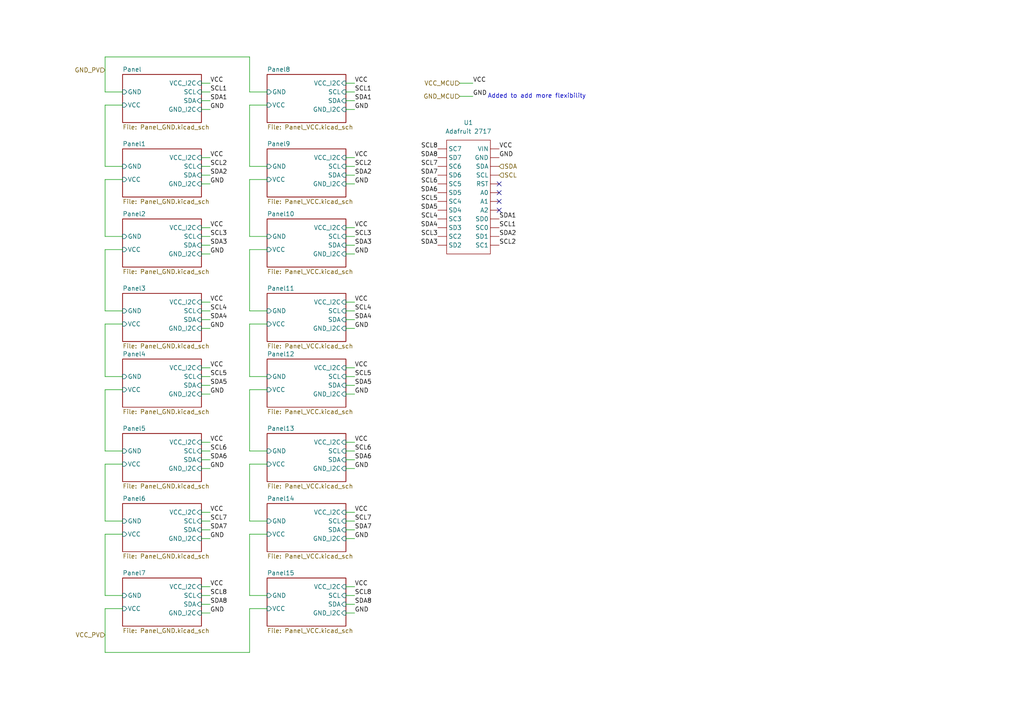
<source format=kicad_sch>
(kicad_sch (version 20231120) (generator "eeschema") (generator_version "8.0")
  (paper "A4")
  (lib_symbols
    (symbol "New_Library_0:Adafruit_2717"
      (property "Reference" "U" (at 0 19.05 0))
      (property "Value" "Adafruit 2717" (at 7.874 19.304 0))
      (symbol "Adafruit_2717_0_1"
        (rectangle (start -6.35 17.78) (end 6.35 -15.24))
      )
      (symbol "Adafruit_2717_1_1"
        (pin input line (at 8.89 2.54 180) (length 2.54) (name "A0") (number ""))
        (pin input line (at 8.89 0 180) (length 2.54) (name "A1") (number ""))
        (pin input line (at 8.89 -2.54 180) (length 2.54) (name "A2") (number ""))
        (pin input line (at 8.89 12.7 180) (length 2.54) (name "GND") (number ""))
        (pin input line (at 8.89 5.08 180) (length 2.54) (name "RST") (number ""))
        (pin input line (at 8.89 -7.62 180) (length 2.54) (name "SC0") (number ""))
        (pin input line (at 8.89 -12.7 180) (length 2.54) (name "SC1") (number ""))
        (pin input line (at -8.89 -10.16 0) (length 2.54) (name "SC2") (number ""))
        (pin input line (at -8.89 -5.08 0) (length 2.54) (name "SC3") (number ""))
        (pin input line (at -8.89 0 0) (length 2.54) (name "SC4") (number ""))
        (pin input line (at -8.89 5.08 0) (length 2.54) (name "SC5") (number ""))
        (pin input line (at -8.89 10.16 0) (length 2.54) (name "SC6") (number ""))
        (pin input line (at -8.89 15.24 0) (length 2.54) (name "SC7") (number ""))
        (pin input line (at 8.89 7.62 180) (length 2.54) (name "SCL") (number ""))
        (pin input line (at 8.89 -5.08 180) (length 2.54) (name "SD0") (number ""))
        (pin input line (at 8.89 -10.16 180) (length 2.54) (name "SD1") (number ""))
        (pin input line (at -8.89 -12.7 0) (length 2.54) (name "SD2") (number ""))
        (pin input line (at -8.89 -7.62 0) (length 2.54) (name "SD3") (number ""))
        (pin input line (at -8.89 -2.54 0) (length 2.54) (name "SD4") (number ""))
        (pin input line (at -8.89 2.54 0) (length 2.54) (name "SD5") (number ""))
        (pin input line (at -8.89 7.62 0) (length 2.54) (name "SD6") (number ""))
        (pin input line (at -8.89 12.7 0) (length 2.54) (name "SD7") (number ""))
        (pin input line (at 8.89 10.16 180) (length 2.54) (name "SDA") (number ""))
        (pin input line (at 8.89 15.24 180) (length 2.54) (name "VIN") (number ""))
      )
    )
  )
  (no_connect (at 144.78 55.88))
  (no_connect (at 144.78 58.42))
  (no_connect (at 144.78 60.96))
  (no_connect (at 144.78 53.34))
  (wire (pts (xy 30.48 90.17) (xy 35.56 90.17)))
  (wire (pts (xy 100.33 109.22) (xy 102.87 109.22)))
  (wire (pts (xy 72.39 130.81) (xy 77.47 130.81)))
  (wire (pts (xy 58.42 177.8) (xy 60.96 177.8)))
  (wire (pts (xy 30.48 151.13) (xy 35.56 151.13)))
  (wire (pts (xy 58.42 73.66) (xy 60.96 73.66)))
  (wire (pts (xy 58.42 66.04) (xy 60.96 66.04)))
  (wire (pts (xy 35.56 176.53) (xy 30.48 176.53)))
  (wire (pts (xy 58.42 50.8) (xy 60.96 50.8)))
  (wire (pts (xy 100.33 26.67) (xy 102.87 26.67)))
  (wire (pts (xy 100.33 148.59) (xy 102.87 148.59)))
  (wire (pts (xy 58.42 48.26) (xy 60.96 48.26)))
  (wire (pts (xy 30.48 134.62) (xy 30.48 151.13)))
  (wire (pts (xy 100.33 151.13) (xy 102.87 151.13)))
  (wire (pts (xy 30.48 154.94) (xy 30.48 172.72)))
  (wire (pts (xy 58.42 45.72) (xy 60.96 45.72)))
  (wire (pts (xy 58.42 170.18) (xy 60.96 170.18)))
  (wire (pts (xy 100.33 68.58) (xy 102.87 68.58)))
  (wire (pts (xy 72.39 30.48) (xy 72.39 48.26)))
  (wire (pts (xy 100.33 106.68) (xy 102.87 106.68)))
  (wire (pts (xy 58.42 90.17) (xy 60.96 90.17)))
  (wire (pts (xy 58.42 92.71) (xy 60.96 92.71)))
  (wire (pts (xy 100.33 177.8) (xy 102.87 177.8)))
  (wire (pts (xy 133.35 27.94) (xy 137.16 27.94)))
  (wire (pts (xy 100.33 170.18) (xy 102.87 170.18)))
  (wire (pts (xy 100.33 128.27) (xy 102.87 128.27)))
  (wire (pts (xy 100.33 29.21) (xy 102.87 29.21)))
  (wire (pts (xy 58.42 109.22) (xy 60.96 109.22)))
  (wire (pts (xy 58.42 135.89) (xy 60.96 135.89)))
  (wire (pts (xy 58.42 53.34) (xy 60.96 53.34)))
  (wire (pts (xy 30.48 68.58) (xy 35.56 68.58)))
  (wire (pts (xy 58.42 29.21) (xy 60.96 29.21)))
  (wire (pts (xy 30.48 26.67) (xy 30.48 16.51)))
  (wire (pts (xy 100.33 156.21) (xy 102.87 156.21)))
  (wire (pts (xy 72.39 72.39) (xy 72.39 90.17)))
  (wire (pts (xy 58.42 24.13) (xy 60.96 24.13)))
  (wire (pts (xy 100.33 111.76) (xy 102.87 111.76)))
  (wire (pts (xy 58.42 26.67) (xy 60.96 26.67)))
  (wire (pts (xy 35.56 113.03) (xy 30.48 113.03)))
  (wire (pts (xy 77.47 93.98) (xy 72.39 93.98)))
  (wire (pts (xy 58.42 106.68) (xy 60.96 106.68)))
  (wire (pts (xy 58.42 31.75) (xy 60.96 31.75)))
  (wire (pts (xy 35.56 134.62) (xy 30.48 134.62)))
  (wire (pts (xy 72.39 90.17) (xy 77.47 90.17)))
  (wire (pts (xy 100.33 175.26) (xy 102.87 175.26)))
  (wire (pts (xy 100.33 50.8) (xy 102.87 50.8)))
  (wire (pts (xy 77.47 176.53) (xy 72.39 176.53)))
  (wire (pts (xy 35.56 154.94) (xy 30.48 154.94)))
  (wire (pts (xy 72.39 154.94) (xy 72.39 172.72)))
  (wire (pts (xy 30.48 109.22) (xy 35.56 109.22)))
  (wire (pts (xy 100.33 53.34) (xy 102.87 53.34)))
  (wire (pts (xy 58.42 68.58) (xy 60.96 68.58)))
  (wire (pts (xy 72.39 176.53) (xy 72.39 189.23)))
  (wire (pts (xy 58.42 175.26) (xy 60.96 175.26)))
  (wire (pts (xy 100.33 153.67) (xy 102.87 153.67)))
  (wire (pts (xy 133.35 24.13) (xy 137.16 24.13)))
  (wire (pts (xy 100.33 73.66) (xy 102.87 73.66)))
  (wire (pts (xy 77.47 113.03) (xy 72.39 113.03)))
  (wire (pts (xy 35.56 93.98) (xy 30.48 93.98)))
  (wire (pts (xy 72.39 172.72) (xy 77.47 172.72)))
  (wire (pts (xy 72.39 48.26) (xy 77.47 48.26)))
  (wire (pts (xy 35.56 30.48) (xy 30.48 30.48)))
  (wire (pts (xy 72.39 68.58) (xy 77.47 68.58)))
  (wire (pts (xy 35.56 72.39) (xy 30.48 72.39)))
  (wire (pts (xy 100.33 48.26) (xy 102.87 48.26)))
  (wire (pts (xy 30.48 130.81) (xy 35.56 130.81)))
  (wire (pts (xy 100.33 114.3) (xy 102.87 114.3)))
  (wire (pts (xy 58.42 87.63) (xy 60.96 87.63)))
  (wire (pts (xy 77.47 154.94) (xy 72.39 154.94)))
  (wire (pts (xy 100.33 92.71) (xy 102.87 92.71)))
  (wire (pts (xy 100.33 135.89) (xy 102.87 135.89)))
  (wire (pts (xy 30.48 16.51) (xy 72.39 16.51)))
  (wire (pts (xy 100.33 71.12) (xy 102.87 71.12)))
  (wire (pts (xy 100.33 95.25) (xy 102.87 95.25)))
  (wire (pts (xy 58.42 128.27) (xy 60.96 128.27)))
  (wire (pts (xy 58.42 153.67) (xy 60.96 153.67)))
  (wire (pts (xy 30.48 52.07) (xy 30.48 68.58)))
  (wire (pts (xy 30.48 72.39) (xy 30.48 90.17)))
  (wire (pts (xy 72.39 134.62) (xy 72.39 151.13)))
  (wire (pts (xy 77.47 30.48) (xy 72.39 30.48)))
  (wire (pts (xy 100.33 24.13) (xy 102.87 24.13)))
  (wire (pts (xy 30.48 93.98) (xy 30.48 109.22)))
  (wire (pts (xy 58.42 133.35) (xy 60.96 133.35)))
  (wire (pts (xy 77.47 72.39) (xy 72.39 72.39)))
  (wire (pts (xy 100.33 172.72) (xy 102.87 172.72)))
  (wire (pts (xy 100.33 66.04) (xy 102.87 66.04)))
  (wire (pts (xy 72.39 16.51) (xy 72.39 26.67)))
  (wire (pts (xy 35.56 52.07) (xy 30.48 52.07)))
  (wire (pts (xy 58.42 111.76) (xy 60.96 111.76)))
  (wire (pts (xy 72.39 109.22) (xy 77.47 109.22)))
  (wire (pts (xy 58.42 114.3) (xy 60.96 114.3)))
  (wire (pts (xy 72.39 113.03) (xy 72.39 130.81)))
  (wire (pts (xy 58.42 151.13) (xy 60.96 151.13)))
  (wire (pts (xy 30.48 30.48) (xy 30.48 48.26)))
  (wire (pts (xy 72.39 93.98) (xy 72.39 109.22)))
  (wire (pts (xy 58.42 148.59) (xy 60.96 148.59)))
  (wire (pts (xy 58.42 156.21) (xy 60.96 156.21)))
  (wire (pts (xy 100.33 133.35) (xy 102.87 133.35)))
  (wire (pts (xy 30.48 113.03) (xy 30.48 130.81)))
  (wire (pts (xy 77.47 52.07) (xy 72.39 52.07)))
  (wire (pts (xy 30.48 172.72) (xy 35.56 172.72)))
  (wire (pts (xy 30.48 48.26) (xy 35.56 48.26)))
  (wire (pts (xy 58.42 172.72) (xy 60.96 172.72)))
  (wire (pts (xy 100.33 31.75) (xy 102.87 31.75)))
  (wire (pts (xy 58.42 95.25) (xy 60.96 95.25)))
  (wire (pts (xy 58.42 71.12) (xy 60.96 71.12)))
  (wire (pts (xy 100.33 90.17) (xy 102.87 90.17)))
  (wire (pts (xy 100.33 45.72) (xy 102.87 45.72)))
  (wire (pts (xy 35.56 26.67) (xy 30.48 26.67)))
  (wire (pts (xy 30.48 189.23) (xy 72.39 189.23)))
  (wire (pts (xy 58.42 130.81) (xy 60.96 130.81)))
  (wire (pts (xy 100.33 87.63) (xy 102.87 87.63)))
  (wire (pts (xy 72.39 26.67) (xy 77.47 26.67)))
  (wire (pts (xy 72.39 151.13) (xy 77.47 151.13)))
  (wire (pts (xy 72.39 52.07) (xy 72.39 68.58)))
  (wire (pts (xy 77.47 134.62) (xy 72.39 134.62)))
  (wire (pts (xy 30.48 176.53) (xy 30.48 189.23)))
  (wire (pts (xy 100.33 130.81) (xy 102.87 130.81)))
  (text "Added to add more flexibility" (at 155.702 27.94 0) (effects (font (size 1.27 1.27))))
  (label "SCL4" (at 127 63.5 180))
  (label "SDA4" (at 102.87 92.71 0))
  (label "VCC" (at 60.96 45.72 0))
  (label "SDA5" (at 102.87 111.76 0))
  (label "SDA2" (at 144.78 68.58 0))
  (label "SCL8" (at 60.96 172.72 0))
  (label "SDA3" (at 127 71.12 180))
  (label "SDA5" (at 127 60.96 180))
  (label "GND" (at 102.87 73.66 0))
  (label "VCC" (at 102.87 24.13 0))
  (label "GND" (at 102.87 177.8 0))
  (label "VCC" (at 137.16 24.13 0))
  (label "SCL2" (at 144.78 71.12 0))
  (label "VCC" (at 60.96 106.68 0))
  (label "GND" (at 60.96 31.75 0))
  (label "SDA5" (at 60.96 111.76 0))
  (label "SCL7" (at 60.96 151.13 0))
  (label "GND" (at 102.87 114.3 0))
  (label "SDA1" (at 144.78 63.5 0))
  (label "VCC" (at 102.87 87.63 0))
  (label "VCC" (at 102.87 170.18 0))
  (label "SCL5" (at 102.87 109.22 0))
  (label "SDA7" (at 127 50.8 180))
  (label "SCL8" (at 102.87 172.72 0))
  (label "GND" (at 60.96 177.8 0))
  (label "VCC" (at 60.96 128.27 0))
  (label "SDA2" (at 102.87 50.8 0))
  (label "SCL8" (at 127 43.18 180))
  (label "SDA1" (at 60.96 29.21 0))
  (label "VCC" (at 60.96 170.18 0))
  (label "SDA7" (at 102.87 153.67 0))
  (label "SCL1" (at 102.87 26.67 0))
  (label "VCC" (at 144.78 43.18 0))
  (label "SCL1" (at 60.96 26.67 0))
  (label "GND" (at 137.16 27.94 0))
  (label "SCL5" (at 127 58.42 180))
  (label "SCL7" (at 127 48.26 180))
  (label "VCC" (at 60.96 148.59 0))
  (label "SDA3" (at 102.87 71.12 0))
  (label "GND" (at 60.96 135.89 0))
  (label "VCC" (at 102.87 106.68 0))
  (label "SDA4" (at 60.96 92.71 0))
  (label "SDA8" (at 127 45.72 180))
  (label "SCL3" (at 60.96 68.58 0))
  (label "SDA8" (at 102.87 175.26 0))
  (label "VCC" (at 102.87 148.59 0))
  (label "GND" (at 60.96 95.25 0))
  (label "SCL3" (at 127 68.58 180))
  (label "VCC" (at 60.96 66.04 0))
  (label "SCL5" (at 60.96 109.22 0))
  (label "SCL6" (at 127 53.34 180))
  (label "GND" (at 102.87 31.75 0))
  (label "SDA6" (at 60.96 133.35 0))
  (label "SCL6" (at 102.87 130.81 0))
  (label "SCL2" (at 102.87 48.26 0))
  (label "GND" (at 60.96 114.3 0))
  (label "SCL4" (at 102.87 90.17 0))
  (label "VCC" (at 102.87 128.27 0))
  (label "SDA1" (at 102.87 29.21 0))
  (label "SCL3" (at 102.87 68.58 0))
  (label "SCL2" (at 60.96 48.26 0))
  (label "SCL6" (at 60.96 130.81 0))
  (label "VCC" (at 102.87 45.72 0))
  (label "SCL7" (at 102.87 151.13 0))
  (label "SDA7" (at 60.96 153.67 0))
  (label "VCC" (at 60.96 87.63 0))
  (label "VCC" (at 60.96 24.13 0))
  (label "GND" (at 102.87 53.34 0))
  (label "SDA8" (at 60.96 175.26 0))
  (label "GND" (at 102.87 135.89 0))
  (label "GND" (at 60.96 156.21 0))
  (label "GND" (at 60.96 53.34 0))
  (label "GND" (at 102.87 95.25 0))
  (label "GND" (at 144.78 45.72 0))
  (label "GND" (at 102.87 156.21 0))
  (label "VCC" (at 102.87 66.04 0))
  (label "GND" (at 60.96 73.66 0))
  (label "SCL1" (at 144.78 66.04 0))
  (label "SDA4" (at 127 66.04 180))
  (label "SCL4" (at 60.96 90.17 0))
  (label "SDA2" (at 60.96 50.8 0))
  (label "SDA6" (at 102.87 133.35 0))
  (label "SDA6" (at 127 55.88 180))
  (label "SDA3" (at 60.96 71.12 0))
  (hierarchical_label "GND_PV" (shape input) (at 30.48 20.32 180))
  (hierarchical_label "SDA" (shape input) (at 144.78 48.26 0))
  (hierarchical_label "GND_MCU" (shape input) (at 133.35 27.94 180))
  (hierarchical_label "VCC_MCU" (shape input) (at 133.35 24.13 180))
  (hierarchical_label "SCL" (shape input) (at 144.78 50.8 0))
  (hierarchical_label "VCC_PV" (shape input) (at 30.48 184.15 180))
  (symbol (lib_id "New_Library_0:Adafruit_2717") (at 135.89 58.42 0) (unit 1)
    (property "Reference" "U1" (at 135.8443 35.56 0))
    (property "Value" "Adafruit 2717" (at 135.8443 38.1 0))
  )
  (sheet (at 35.56 21.59) (size 22.86 13.97) (stroke (width 0.1524))
    (property "Sheetname" "Panel" (at 35.56 20.8784 0) (effects (justify left bottom)))
    (property "Sheetfile" "Panel_GND.kicad_sch" (at 35.56 36.1446 0) (effects (justify left top)))
    (pin "GND" input (at 35.56 26.67 180))
    (pin "VCC_I2C" input (at 58.42 24.13 0))
    (pin "GND_I2C" input (at 58.42 31.75 0))
    (pin "SDA" input (at 58.42 29.21 0))
    (pin "SCL" input (at 58.42 26.67 0))
    (pin "VCC" input (at 35.56 30.48 180))
  )
  (sheet (at 35.56 167.64) (size 22.86 13.97) (stroke (width 0.1524))
    (property "Sheetname" "Panel7" (at 35.56 166.9284 0) (effects (justify left bottom)))
    (property "Sheetfile" "Panel_GND.kicad_sch" (at 35.56 182.1946 0) (effects (justify left top)))
    (pin "GND" input (at 35.56 172.72 180))
    (pin "VCC_I2C" input (at 58.42 170.18 0))
    (pin "GND_I2C" input (at 58.42 177.8 0))
    (pin "SDA" input (at 58.42 175.26 0))
    (pin "SCL" input (at 58.42 172.72 0))
    (pin "VCC" input (at 35.56 176.53 180))
  )
  (sheet (at 35.56 104.14) (size 22.86 13.97) (stroke (width 0.1524))
    (property "Sheetname" "Panel4" (at 35.56 103.4284 0) (effects (justify left bottom)))
    (property "Sheetfile" "Panel_GND.kicad_sch" (at 35.56 118.6946 0) (effects (justify left top)))
    (pin "GND" input (at 35.56 109.22 180))
    (pin "VCC_I2C" input (at 58.42 106.68 0))
    (pin "GND_I2C" input (at 58.42 114.3 0))
    (pin "SDA" input (at 58.42 111.76 0))
    (pin "SCL" input (at 58.42 109.22 0))
    (pin "VCC" input (at 35.56 113.03 180))
  )
  (sheet (at 35.56 63.5) (size 22.86 13.97) (stroke (width 0.1524))
    (property "Sheetname" "Panel2" (at 35.56 62.7884 0) (effects (justify left bottom)))
    (property "Sheetfile" "Panel_GND.kicad_sch" (at 35.56 78.0546 0) (effects (justify left top)))
    (pin "GND" input (at 35.56 68.58 180))
    (pin "VCC_I2C" input (at 58.42 66.04 0))
    (pin "GND_I2C" input (at 58.42 73.66 0))
    (pin "SDA" input (at 58.42 71.12 0))
    (pin "SCL" input (at 58.42 68.58 0))
    (pin "VCC" input (at 35.56 72.39 180))
  )
  (sheet (at 35.56 125.73) (size 22.86 13.97) (stroke (width 0.1524))
    (property "Sheetname" "Panel5" (at 35.56 125.0184 0) (effects (justify left bottom)))
    (property "Sheetfile" "Panel_GND.kicad_sch" (at 35.56 140.2846 0) (effects (justify left top)))
    (pin "GND" input (at 35.56 130.81 180))
    (pin "VCC_I2C" input (at 58.42 128.27 0))
    (pin "GND_I2C" input (at 58.42 135.89 0))
    (pin "SDA" input (at 58.42 133.35 0))
    (pin "SCL" input (at 58.42 130.81 0))
    (pin "VCC" input (at 35.56 134.62 180))
  )
  (sheet (at 35.56 85.09) (size 22.86 13.97) (stroke (width 0.1524))
    (property "Sheetname" "Panel3" (at 35.56 84.3784 0) (effects (justify left bottom)))
    (property "Sheetfile" "Panel_GND.kicad_sch" (at 35.56 99.6446 0) (effects (justify left top)))
    (pin "GND" input (at 35.56 90.17 180))
    (pin "VCC_I2C" input (at 58.42 87.63 0))
    (pin "GND_I2C" input (at 58.42 95.25 0))
    (pin "SDA" input (at 58.42 92.71 0))
    (pin "SCL" input (at 58.42 90.17 0))
    (pin "VCC" input (at 35.56 93.98 180))
  )
  (sheet (at 77.47 85.09) (size 22.86 13.97) (stroke (width 0.1524))
    (property "Sheetname" "Panel11" (at 77.47 84.3784 0) (effects (justify left bottom)))
    (property "Sheetfile" "Panel_VCC.kicad_sch" (at 77.47 99.6446 0) (effects (justify left top)))
    (pin "GND" input (at 77.47 90.17 180))
    (pin "VCC_I2C" input (at 100.33 87.63 0))
    (pin "GND_I2C" input (at 100.33 95.25 0))
    (pin "SDA" input (at 100.33 92.71 0))
    (pin "SCL" input (at 100.33 90.17 0))
    (pin "VCC" input (at 77.47 93.98 180))
  )
  (sheet (at 77.47 21.59) (size 22.86 13.97) (stroke (width 0.1524))
    (property "Sheetname" "Panel8" (at 77.47 20.8784 0) (effects (justify left bottom)))
    (property "Sheetfile" "Panel_VCC.kicad_sch" (at 77.47 36.1446 0) (effects (justify left top)))
    (pin "GND" input (at 77.47 26.67 180))
    (pin "VCC_I2C" input (at 100.33 24.13 0))
    (pin "GND_I2C" input (at 100.33 31.75 0))
    (pin "SDA" input (at 100.33 29.21 0))
    (pin "SCL" input (at 100.33 26.67 0))
    (pin "VCC" input (at 77.47 30.48 180))
  )
  (sheet (at 77.47 104.14) (size 22.86 13.97) (stroke (width 0.1524))
    (property "Sheetname" "Panel12" (at 77.47 103.4284 0) (effects (justify left bottom)))
    (property "Sheetfile" "Panel_VCC.kicad_sch" (at 77.47 118.6946 0) (effects (justify left top)))
    (pin "GND" input (at 77.47 109.22 180))
    (pin "VCC_I2C" input (at 100.33 106.68 0))
    (pin "GND_I2C" input (at 100.33 114.3 0))
    (pin "SDA" input (at 100.33 111.76 0))
    (pin "SCL" input (at 100.33 109.22 0))
    (pin "VCC" input (at 77.47 113.03 180))
  )
  (sheet (at 35.56 43.18) (size 22.86 13.97) (stroke (width 0.1524))
    (property "Sheetname" "Panel1" (at 35.56 42.4684 0) (effects (justify left bottom)))
    (property "Sheetfile" "Panel_GND.kicad_sch" (at 35.56 57.7346 0) (effects (justify left top)))
    (pin "GND" input (at 35.56 48.26 180))
    (pin "VCC_I2C" input (at 58.42 45.72 0))
    (pin "GND_I2C" input (at 58.42 53.34 0))
    (pin "SDA" input (at 58.42 50.8 0))
    (pin "SCL" input (at 58.42 48.26 0))
    (pin "VCC" input (at 35.56 52.07 180))
  )
  (sheet (at 77.47 63.5) (size 22.86 13.97) (stroke (width 0.1524))
    (property "Sheetname" "Panel10" (at 77.47 62.7884 0) (effects (justify left bottom)))
    (property "Sheetfile" "Panel_VCC.kicad_sch" (at 77.47 78.0546 0) (effects (justify left top)))
    (pin "GND" input (at 77.47 68.58 180))
    (pin "VCC_I2C" input (at 100.33 66.04 0))
    (pin "GND_I2C" input (at 100.33 73.66 0))
    (pin "SDA" input (at 100.33 71.12 0))
    (pin "SCL" input (at 100.33 68.58 0))
    (pin "VCC" input (at 77.47 72.39 180))
  )
  (sheet (at 35.56 146.05) (size 22.86 13.97) (stroke (width 0.1524))
    (property "Sheetname" "Panel6" (at 35.56 145.3384 0) (effects (justify left bottom)))
    (property "Sheetfile" "Panel_GND.kicad_sch" (at 35.56 160.6046 0) (effects (justify left top)))
    (pin "GND" input (at 35.56 151.13 180))
    (pin "VCC_I2C" input (at 58.42 148.59 0))
    (pin "GND_I2C" input (at 58.42 156.21 0))
    (pin "SDA" input (at 58.42 153.67 0))
    (pin "SCL" input (at 58.42 151.13 0))
    (pin "VCC" input (at 35.56 154.94 180))
  )
  (sheet (at 77.47 43.18) (size 22.86 13.97) (stroke (width 0.1524))
    (property "Sheetname" "Panel9" (at 77.47 42.4684 0) (effects (justify left bottom)))
    (property "Sheetfile" "Panel_VCC.kicad_sch" (at 77.47 57.7346 0) (effects (justify left top)))
    (pin "GND" input (at 77.47 48.26 180))
    (pin "VCC_I2C" input (at 100.33 45.72 0))
    (pin "GND_I2C" input (at 100.33 53.34 0))
    (pin "SDA" input (at 100.33 50.8 0))
    (pin "SCL" input (at 100.33 48.26 0))
    (pin "VCC" input (at 77.47 52.07 180))
  )
  (sheet (at 77.47 167.64) (size 22.86 13.97) (stroke (width 0.1524))
    (property "Sheetname" "Panel15" (at 77.47 166.9284 0) (effects (justify left bottom)))
    (property "Sheetfile" "Panel_VCC.kicad_sch" (at 77.47 182.1946 0) (effects (justify left top)))
    (pin "GND" input (at 77.47 172.72 180))
    (pin "VCC_I2C" input (at 100.33 170.18 0))
    (pin "GND_I2C" input (at 100.33 177.8 0))
    (pin "SDA" input (at 100.33 175.26 0))
    (pin "SCL" input (at 100.33 172.72 0))
    (pin "VCC" input (at 77.47 176.53 180))
  )
  (sheet (at 77.47 125.73) (size 22.86 13.97) (stroke (width 0.1524))
    (property "Sheetname" "Panel13" (at 77.47 125.0184 0) (effects (justify left bottom)))
    (property "Sheetfile" "Panel_VCC.kicad_sch" (at 77.47 140.2846 0) (effects (justify left top)))
    (pin "GND" input (at 77.47 130.81 180))
    (pin "VCC_I2C" input (at 100.33 128.27 0))
    (pin "GND_I2C" input (at 100.33 135.89 0))
    (pin "SDA" input (at 100.33 133.35 0))
    (pin "SCL" input (at 100.33 130.81 0))
    (pin "VCC" input (at 77.47 134.62 180))
  )
  (sheet (at 77.47 146.05) (size 22.86 13.97) (stroke (width 0.1524))
    (property "Sheetname" "Panel14" (at 77.47 145.3384 0) (effects (justify left bottom)))
    (property "Sheetfile" "Panel_VCC.kicad_sch" (at 77.47 160.6046 0) (effects (justify left top)))
    (pin "GND" input (at 77.47 151.13 180))
    (pin "VCC_I2C" input (at 100.33 148.59 0))
    (pin "GND_I2C" input (at 100.33 156.21 0))
    (pin "SDA" input (at 100.33 153.67 0))
    (pin "SCL" input (at 100.33 151.13 0))
    (pin "VCC" input (at 77.47 154.94 180))
  )
)
</source>
